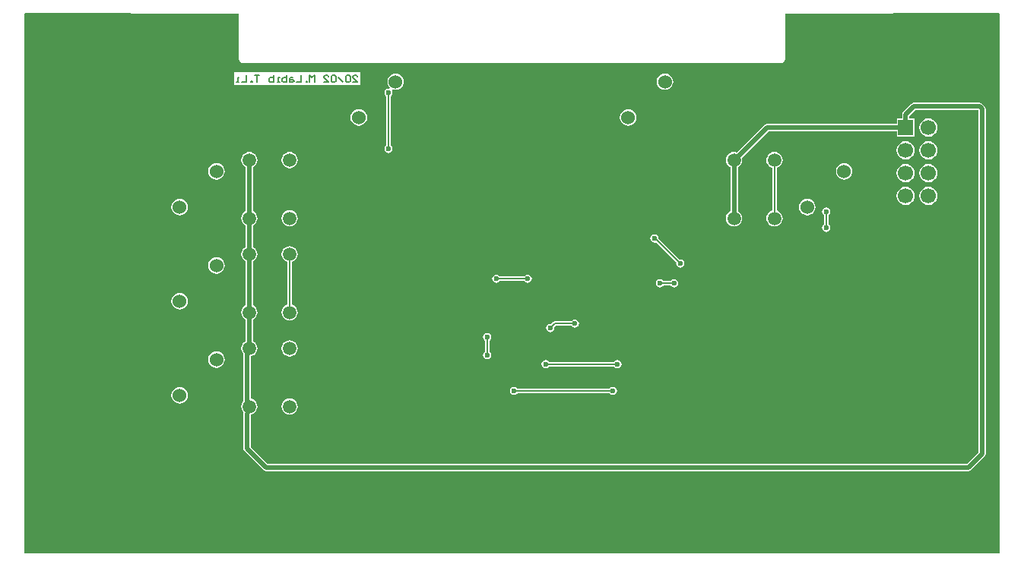
<source format=gbl>
G04*
G04 #@! TF.GenerationSoftware,Altium Limited,Altium Designer,20.0.11 (256)*
G04*
G04 Layer_Physical_Order=2*
G04 Layer_Color=16711680*
%FSLAX25Y25*%
%MOIN*%
G70*
G01*
G75*
%ADD12C,0.00787*%
%ADD13C,0.00591*%
%ADD45C,0.01968*%
%ADD46C,0.06000*%
%ADD47C,0.05906*%
%ADD48C,0.06693*%
%ADD49R,0.06693X0.06693*%
%ADD50C,0.27559*%
%ADD51C,0.02362*%
G36*
X425881Y235510D02*
X425882Y-1408D01*
X-1667Y-1408D01*
X-1667Y235510D01*
X-1313Y235863D01*
X92365Y235682D01*
Y215657D01*
X92489Y215032D01*
X92843Y214503D01*
X93372Y214149D01*
X93996Y214025D01*
X330217D01*
X330841Y214149D01*
X331370Y214503D01*
X331724Y215032D01*
X331848Y215657D01*
Y235699D01*
X425527Y235864D01*
X425881Y235510D01*
D02*
G37*
%LPC*%
G36*
X145580Y209851D02*
X90198D01*
Y204321D01*
X145580D01*
Y209851D01*
D02*
G37*
G36*
X161122Y209445D02*
X160182Y209321D01*
X159307Y208959D01*
X158554Y208382D01*
X157977Y207630D01*
X157615Y206754D01*
X157491Y205814D01*
X157615Y204874D01*
X157977Y203998D01*
X158554Y203246D01*
X158683Y203148D01*
X158674Y203079D01*
X158114Y202680D01*
X157972Y202709D01*
X157278Y202571D01*
X156688Y202177D01*
X156295Y201588D01*
X156156Y200893D01*
X156295Y200198D01*
X156688Y199609D01*
X156959Y199428D01*
Y177752D01*
X156688Y177571D01*
X156295Y176981D01*
X156156Y176286D01*
X156295Y175592D01*
X156688Y175002D01*
X157278Y174609D01*
X157972Y174470D01*
X158667Y174609D01*
X159256Y175002D01*
X159650Y175592D01*
X159788Y176286D01*
X159650Y176981D01*
X159256Y177571D01*
X158986Y177752D01*
Y199428D01*
X159256Y199609D01*
X159650Y200198D01*
X159788Y200893D01*
X159650Y201588D01*
X159541Y201751D01*
X159678Y202430D01*
X159757Y202483D01*
X160182Y202307D01*
X161122Y202183D01*
X162062Y202307D01*
X162938Y202669D01*
X163690Y203246D01*
X164267Y203998D01*
X164629Y204874D01*
X164753Y205814D01*
X164629Y206754D01*
X164267Y207630D01*
X163690Y208382D01*
X162938Y208959D01*
X162062Y209321D01*
X161122Y209445D01*
D02*
G37*
G36*
X279232Y209445D02*
X278292Y209321D01*
X277417Y208959D01*
X276665Y208382D01*
X276088Y207630D01*
X275725Y206754D01*
X275601Y205814D01*
X275725Y204874D01*
X276088Y203999D01*
X276665Y203246D01*
X277417Y202670D01*
X278292Y202307D01*
X279232Y202183D01*
X280172Y202307D01*
X281048Y202670D01*
X281800Y203246D01*
X282377Y203999D01*
X282740Y204874D01*
X282863Y205814D01*
X282740Y206754D01*
X282377Y207630D01*
X281800Y208382D01*
X281048Y208959D01*
X280172Y209321D01*
X279232Y209445D01*
D02*
G37*
G36*
X263090Y193697D02*
X262151Y193573D01*
X261275Y193211D01*
X260523Y192634D01*
X259946Y191882D01*
X259583Y191006D01*
X259459Y190066D01*
X259583Y189126D01*
X259946Y188251D01*
X260523Y187498D01*
X261275Y186922D01*
X262151Y186559D01*
X263090Y186435D01*
X264030Y186559D01*
X264906Y186922D01*
X265658Y187498D01*
X266235Y188251D01*
X266598Y189126D01*
X266722Y190066D01*
X266598Y191006D01*
X266235Y191882D01*
X265658Y192634D01*
X264906Y193211D01*
X264030Y193573D01*
X263090Y193697D01*
D02*
G37*
G36*
X144980Y193697D02*
X144041Y193573D01*
X143165Y193211D01*
X142413Y192634D01*
X141836Y191882D01*
X141473Y191006D01*
X141349Y190066D01*
X141473Y189126D01*
X141836Y188251D01*
X142413Y187498D01*
X143165Y186921D01*
X144041Y186559D01*
X144980Y186435D01*
X145920Y186559D01*
X146796Y186921D01*
X147548Y187498D01*
X148125Y188251D01*
X148488Y189126D01*
X148611Y190066D01*
X148488Y191006D01*
X148125Y191882D01*
X147548Y192634D01*
X146796Y193211D01*
X145920Y193573D01*
X144980Y193697D01*
D02*
G37*
G36*
X394784Y189637D02*
X393753Y189501D01*
X392793Y189104D01*
X391969Y188471D01*
X391336Y187647D01*
X390939Y186687D01*
X390803Y185656D01*
X390939Y184626D01*
X391336Y183666D01*
X391969Y182842D01*
X392793Y182209D01*
X393753Y181812D01*
X394784Y181676D01*
X395814Y181812D01*
X396774Y182209D01*
X397598Y182842D01*
X398231Y183666D01*
X398628Y184626D01*
X398764Y185656D01*
X398628Y186687D01*
X398231Y187647D01*
X397598Y188471D01*
X396774Y189104D01*
X395814Y189501D01*
X394784Y189637D01*
D02*
G37*
G36*
Y179637D02*
X393753Y179501D01*
X392793Y179104D01*
X391969Y178471D01*
X391336Y177647D01*
X390939Y176687D01*
X390803Y175656D01*
X390939Y174626D01*
X391336Y173666D01*
X391969Y172842D01*
X392793Y172209D01*
X393753Y171812D01*
X394784Y171676D01*
X395814Y171812D01*
X396774Y172209D01*
X397598Y172842D01*
X398231Y173666D01*
X398628Y174626D01*
X398764Y175656D01*
X398628Y176687D01*
X398231Y177647D01*
X397598Y178471D01*
X396774Y179104D01*
X395814Y179501D01*
X394784Y179637D01*
D02*
G37*
G36*
X384784D02*
X383753Y179501D01*
X382793Y179104D01*
X381969Y178471D01*
X381336Y177647D01*
X380939Y176687D01*
X380803Y175656D01*
X380939Y174626D01*
X381336Y173666D01*
X381969Y172842D01*
X382793Y172209D01*
X383753Y171812D01*
X384784Y171676D01*
X385814Y171812D01*
X386774Y172209D01*
X387598Y172842D01*
X388231Y173666D01*
X388628Y174626D01*
X388764Y175656D01*
X388628Y176687D01*
X388231Y177647D01*
X387598Y178471D01*
X386774Y179104D01*
X385814Y179501D01*
X384784Y179637D01*
D02*
G37*
G36*
X114665Y174949D02*
X113738Y174826D01*
X112874Y174469D01*
X112132Y173899D01*
X111562Y173157D01*
X111204Y172293D01*
X111082Y171365D01*
X111204Y170438D01*
X111562Y169573D01*
X112132Y168831D01*
X112874Y168262D01*
X113738Y167904D01*
X114665Y167782D01*
X115593Y167904D01*
X116457Y168262D01*
X117199Y168831D01*
X117769Y169573D01*
X118127Y170438D01*
X118249Y171365D01*
X118127Y172293D01*
X117769Y173157D01*
X117199Y173899D01*
X116457Y174469D01*
X115593Y174826D01*
X114665Y174949D01*
D02*
G37*
G36*
X82579Y170075D02*
X81639Y169951D01*
X80763Y169588D01*
X80011Y169011D01*
X79434Y168260D01*
X79071Y167384D01*
X78948Y166444D01*
X79071Y165504D01*
X79434Y164628D01*
X80011Y163876D01*
X80763Y163299D01*
X81639Y162937D01*
X82579Y162813D01*
X83519Y162937D01*
X84394Y163299D01*
X85146Y163876D01*
X85723Y164628D01*
X86086Y165504D01*
X86210Y166444D01*
X86086Y167384D01*
X85723Y168260D01*
X85146Y169011D01*
X84394Y169588D01*
X83519Y169951D01*
X82579Y170075D01*
D02*
G37*
G36*
X357776Y170075D02*
X356836Y169951D01*
X355960Y169588D01*
X355208Y169011D01*
X354631Y168260D01*
X354268Y167384D01*
X354145Y166444D01*
X354268Y165504D01*
X354631Y164628D01*
X355208Y163876D01*
X355960Y163299D01*
X356836Y162937D01*
X357776Y162813D01*
X358715Y162937D01*
X359591Y163299D01*
X360343Y163876D01*
X360920Y164628D01*
X361283Y165504D01*
X361407Y166444D01*
X361283Y167384D01*
X360920Y168260D01*
X360343Y169011D01*
X359591Y169588D01*
X358715Y169951D01*
X357776Y170075D01*
D02*
G37*
G36*
X394784Y169637D02*
X393753Y169501D01*
X392793Y169104D01*
X391969Y168471D01*
X391336Y167647D01*
X390939Y166687D01*
X390803Y165656D01*
X390939Y164626D01*
X391336Y163666D01*
X391969Y162842D01*
X392793Y162209D01*
X393753Y161812D01*
X394784Y161676D01*
X395814Y161812D01*
X396774Y162209D01*
X397598Y162842D01*
X398231Y163666D01*
X398628Y164626D01*
X398764Y165656D01*
X398628Y166687D01*
X398231Y167647D01*
X397598Y168471D01*
X396774Y169104D01*
X395814Y169501D01*
X394784Y169637D01*
D02*
G37*
G36*
X384784D02*
X383753Y169501D01*
X382793Y169104D01*
X381969Y168471D01*
X381336Y167647D01*
X380939Y166687D01*
X380803Y165656D01*
X380939Y164626D01*
X381336Y163666D01*
X381969Y162842D01*
X382793Y162209D01*
X383753Y161812D01*
X384784Y161676D01*
X385814Y161812D01*
X386774Y162209D01*
X387598Y162842D01*
X388231Y163666D01*
X388628Y164626D01*
X388764Y165656D01*
X388628Y166687D01*
X388231Y167647D01*
X387598Y168471D01*
X386774Y169104D01*
X385814Y169501D01*
X384784Y169637D01*
D02*
G37*
G36*
X394784Y159637D02*
X393753Y159501D01*
X392793Y159104D01*
X391969Y158471D01*
X391336Y157647D01*
X390939Y156687D01*
X390803Y155657D01*
X390939Y154626D01*
X391336Y153666D01*
X391969Y152842D01*
X392793Y152209D01*
X393753Y151812D01*
X394784Y151676D01*
X395814Y151812D01*
X396774Y152209D01*
X397598Y152842D01*
X398231Y153666D01*
X398628Y154626D01*
X398764Y155657D01*
X398628Y156687D01*
X398231Y157647D01*
X397598Y158471D01*
X396774Y159104D01*
X395814Y159501D01*
X394784Y159637D01*
D02*
G37*
G36*
X384784D02*
X383753Y159501D01*
X382793Y159104D01*
X381969Y158471D01*
X381336Y157647D01*
X380939Y156687D01*
X380803Y155657D01*
X380939Y154626D01*
X381336Y153666D01*
X381969Y152842D01*
X382793Y152209D01*
X383753Y151812D01*
X384784Y151676D01*
X385814Y151812D01*
X386774Y152209D01*
X387598Y152842D01*
X388231Y153666D01*
X388628Y154626D01*
X388764Y155657D01*
X388628Y156687D01*
X388231Y157647D01*
X387598Y158471D01*
X386774Y159104D01*
X385814Y159501D01*
X384784Y159637D01*
D02*
G37*
G36*
X66437Y154327D02*
X65497Y154203D01*
X64622Y153840D01*
X63870Y153263D01*
X63292Y152512D01*
X62930Y151636D01*
X62806Y150696D01*
X62930Y149756D01*
X63292Y148880D01*
X63870Y148128D01*
X64622Y147551D01*
X65497Y147189D01*
X66437Y147065D01*
X67377Y147189D01*
X68252Y147551D01*
X69005Y148128D01*
X69582Y148880D01*
X69944Y149756D01*
X70068Y150696D01*
X69944Y151636D01*
X69582Y152512D01*
X69005Y153263D01*
X68252Y153840D01*
X67377Y154203D01*
X66437Y154327D01*
D02*
G37*
G36*
X341634Y154327D02*
X340694Y154203D01*
X339818Y153840D01*
X339066Y153263D01*
X338489Y152512D01*
X338126Y151636D01*
X338003Y150696D01*
X338126Y149756D01*
X338489Y148880D01*
X339066Y148128D01*
X339818Y147551D01*
X340694Y147189D01*
X341634Y147065D01*
X342574Y147189D01*
X343449Y147551D01*
X344201Y148128D01*
X344778Y148880D01*
X345141Y149756D01*
X345265Y150696D01*
X345141Y151636D01*
X344778Y152512D01*
X344201Y153263D01*
X343449Y153840D01*
X342574Y154203D01*
X341634Y154327D01*
D02*
G37*
G36*
X114665Y149358D02*
X113738Y149236D01*
X112874Y148878D01*
X112132Y148309D01*
X111562Y147566D01*
X111204Y146702D01*
X111082Y145775D01*
X111204Y144847D01*
X111562Y143983D01*
X112132Y143241D01*
X112874Y142671D01*
X113738Y142313D01*
X114665Y142191D01*
X115593Y142313D01*
X116457Y142671D01*
X117199Y143241D01*
X117769Y143983D01*
X118127Y144847D01*
X118249Y145775D01*
X118127Y146702D01*
X117769Y147566D01*
X117199Y148309D01*
X116457Y148878D01*
X115593Y149236D01*
X114665Y149358D01*
D02*
G37*
G36*
X327264Y174949D02*
X326336Y174827D01*
X325472Y174469D01*
X324730Y173899D01*
X324161Y173157D01*
X323802Y172293D01*
X323680Y171365D01*
X323802Y170438D01*
X324161Y169574D01*
X324730Y168832D01*
X325472Y168262D01*
X326251Y167939D01*
Y149200D01*
X325472Y148878D01*
X324730Y148309D01*
X324161Y147566D01*
X323802Y146702D01*
X323680Y145775D01*
X323802Y144847D01*
X324161Y143983D01*
X324730Y143241D01*
X325472Y142671D01*
X326336Y142313D01*
X327264Y142191D01*
X328191Y142313D01*
X329056Y142671D01*
X329798Y143241D01*
X330367Y143983D01*
X330725Y144847D01*
X330847Y145775D01*
X330725Y146702D01*
X330367Y147566D01*
X329798Y148309D01*
X329056Y148878D01*
X328277Y149200D01*
Y167939D01*
X329056Y168262D01*
X329798Y168832D01*
X330367Y169574D01*
X330725Y170438D01*
X330847Y171365D01*
X330725Y172293D01*
X330367Y173157D01*
X329798Y173899D01*
X329056Y174469D01*
X328191Y174827D01*
X327264Y174949D01*
D02*
G37*
G36*
X349902Y150543D02*
X349207Y150405D01*
X348618Y150012D01*
X348224Y149422D01*
X348086Y148727D01*
X348224Y148032D01*
X348618Y147443D01*
X348888Y147262D01*
Y143096D01*
X348618Y142915D01*
X348224Y142326D01*
X348086Y141631D01*
X348224Y140936D01*
X348618Y140347D01*
X349207Y139954D01*
X349902Y139815D01*
X350596Y139954D01*
X351186Y140347D01*
X351579Y140936D01*
X351718Y141631D01*
X351579Y142326D01*
X351186Y142915D01*
X350915Y143096D01*
Y147262D01*
X351186Y147443D01*
X351579Y148032D01*
X351718Y148727D01*
X351579Y149422D01*
X351186Y150012D01*
X350596Y150405D01*
X349902Y150543D01*
D02*
G37*
G36*
X274618Y138761D02*
X273923Y138623D01*
X273333Y138229D01*
X272940Y137640D01*
X272801Y136945D01*
X272940Y136250D01*
X273333Y135661D01*
X273923Y135268D01*
X274618Y135129D01*
X275212Y135248D01*
X284173Y126286D01*
X284109Y125967D01*
X284247Y125272D01*
X284641Y124682D01*
X285230Y124289D01*
X285925Y124151D01*
X286620Y124289D01*
X287209Y124682D01*
X287603Y125272D01*
X287741Y125967D01*
X287603Y126662D01*
X287209Y127251D01*
X286620Y127644D01*
X285925Y127783D01*
X285606Y127719D01*
X276425Y136900D01*
X276433Y136945D01*
X276295Y137640D01*
X275902Y138229D01*
X275312Y138623D01*
X274618Y138761D01*
D02*
G37*
G36*
X82579Y128736D02*
X81639Y128613D01*
X80763Y128250D01*
X80011Y127673D01*
X79434Y126921D01*
X79071Y126045D01*
X78948Y125105D01*
X79071Y124166D01*
X79434Y123290D01*
X80011Y122538D01*
X80763Y121961D01*
X81639Y121598D01*
X82579Y121474D01*
X83519Y121598D01*
X84394Y121961D01*
X85146Y122538D01*
X85723Y123290D01*
X86086Y124166D01*
X86210Y125105D01*
X86086Y126045D01*
X85723Y126921D01*
X85146Y127673D01*
X84394Y128250D01*
X83519Y128613D01*
X82579Y128736D01*
D02*
G37*
G36*
X218996Y121016D02*
X218301Y120878D01*
X217712Y120484D01*
X217531Y120213D01*
X206682D01*
X206501Y120484D01*
X205911Y120878D01*
X205217Y121016D01*
X204522Y120878D01*
X203932Y120484D01*
X203539Y119895D01*
X203400Y119200D01*
X203539Y118505D01*
X203932Y117916D01*
X204522Y117522D01*
X205217Y117384D01*
X205911Y117522D01*
X206501Y117916D01*
X206682Y118187D01*
X217531D01*
X217712Y117916D01*
X218301Y117522D01*
X218996Y117384D01*
X219691Y117522D01*
X220280Y117916D01*
X220674Y118505D01*
X220812Y119200D01*
X220674Y119895D01*
X220280Y120484D01*
X219691Y120878D01*
X218996Y121016D01*
D02*
G37*
G36*
X283179Y119047D02*
X282484Y118909D01*
X281895Y118516D01*
X281714Y118245D01*
X278532D01*
X278351Y118516D01*
X277762Y118909D01*
X277067Y119047D01*
X276372Y118909D01*
X275783Y118516D01*
X275389Y117926D01*
X275251Y117231D01*
X275389Y116536D01*
X275783Y115947D01*
X276372Y115554D01*
X277067Y115415D01*
X277762Y115554D01*
X278351Y115947D01*
X278532Y116218D01*
X281714D01*
X281895Y115947D01*
X282484Y115554D01*
X283179Y115415D01*
X283874Y115554D01*
X284463Y115947D01*
X284857Y116536D01*
X284995Y117231D01*
X284857Y117926D01*
X284463Y118516D01*
X283874Y118909D01*
X283179Y119047D01*
D02*
G37*
G36*
X66437Y112988D02*
X65497Y112865D01*
X64622Y112502D01*
X63869Y111925D01*
X63292Y111173D01*
X62930Y110297D01*
X62806Y109357D01*
X62930Y108418D01*
X63292Y107542D01*
X63869Y106790D01*
X64622Y106213D01*
X65497Y105850D01*
X66437Y105726D01*
X67377Y105850D01*
X68252Y106213D01*
X69004Y106790D01*
X69582Y107542D01*
X69944Y108418D01*
X70068Y109357D01*
X69944Y110297D01*
X69582Y111173D01*
X69004Y111925D01*
X68252Y112502D01*
X67377Y112865D01*
X66437Y112988D01*
D02*
G37*
G36*
X114665Y133610D02*
X113738Y133488D01*
X112874Y133130D01*
X112132Y132561D01*
X111562Y131818D01*
X111204Y130954D01*
X111082Y130027D01*
X111204Y129099D01*
X111562Y128235D01*
X112132Y127493D01*
X112874Y126923D01*
X113652Y126601D01*
Y107862D01*
X112874Y107539D01*
X112132Y106970D01*
X111562Y106228D01*
X111204Y105364D01*
X111082Y104436D01*
X111204Y103509D01*
X111562Y102644D01*
X112132Y101902D01*
X112874Y101333D01*
X113738Y100975D01*
X114665Y100853D01*
X115593Y100975D01*
X116457Y101333D01*
X117199Y101902D01*
X117769Y102644D01*
X118127Y103509D01*
X118249Y104436D01*
X118127Y105364D01*
X117769Y106228D01*
X117199Y106970D01*
X116457Y107539D01*
X115679Y107862D01*
Y126601D01*
X116457Y126923D01*
X117199Y127493D01*
X117769Y128235D01*
X118127Y129099D01*
X118249Y130027D01*
X118127Y130954D01*
X117769Y131818D01*
X117199Y132561D01*
X116457Y133130D01*
X115593Y133488D01*
X114665Y133610D01*
D02*
G37*
G36*
X239665Y101331D02*
X238970Y101193D01*
X238381Y100799D01*
X238200Y100528D01*
X230813D01*
X230426Y100451D01*
X230097Y100231D01*
X229163Y99298D01*
X228839Y99362D01*
X228144Y99224D01*
X227554Y98830D01*
X227161Y98241D01*
X227023Y97546D01*
X227161Y96851D01*
X227554Y96262D01*
X228144Y95869D01*
X228839Y95730D01*
X229534Y95869D01*
X230123Y96262D01*
X230516Y96851D01*
X230655Y97546D01*
X230592Y97861D01*
X231233Y98502D01*
X238200D01*
X238381Y98231D01*
X238970Y97837D01*
X239665Y97699D01*
X240360Y97837D01*
X240949Y98231D01*
X241343Y98820D01*
X241481Y99515D01*
X241343Y100210D01*
X240949Y100799D01*
X240360Y101193D01*
X239665Y101331D01*
D02*
G37*
G36*
X114665Y92272D02*
X113738Y92150D01*
X112874Y91791D01*
X112132Y91222D01*
X111562Y90480D01*
X111204Y89616D01*
X111082Y88688D01*
X111204Y87761D01*
X111562Y86896D01*
X112132Y86154D01*
X112874Y85585D01*
X113738Y85227D01*
X114665Y85105D01*
X115593Y85227D01*
X116457Y85585D01*
X117199Y86154D01*
X117769Y86896D01*
X118127Y87761D01*
X118249Y88688D01*
X118127Y89616D01*
X117769Y90480D01*
X117199Y91222D01*
X116457Y91791D01*
X115593Y92150D01*
X114665Y92272D01*
D02*
G37*
G36*
X201279Y95425D02*
X200585Y95287D01*
X199995Y94893D01*
X199602Y94304D01*
X199463Y93609D01*
X199602Y92914D01*
X199995Y92325D01*
X200266Y92144D01*
Y87200D01*
X199995Y87019D01*
X199602Y86430D01*
X199463Y85735D01*
X199602Y85040D01*
X199995Y84451D01*
X200585Y84057D01*
X201279Y83919D01*
X201975Y84057D01*
X202564Y84451D01*
X202957Y85040D01*
X203096Y85735D01*
X202957Y86430D01*
X202564Y87019D01*
X202293Y87200D01*
Y92144D01*
X202564Y92325D01*
X202957Y92914D01*
X203096Y93609D01*
X202957Y94304D01*
X202564Y94893D01*
X201975Y95287D01*
X201279Y95425D01*
D02*
G37*
G36*
X258366Y83614D02*
X257671Y83476D01*
X257082Y83082D01*
X256901Y82811D01*
X228335D01*
X228154Y83082D01*
X227565Y83476D01*
X226870Y83614D01*
X226175Y83476D01*
X225586Y83082D01*
X225192Y82493D01*
X225054Y81798D01*
X225192Y81103D01*
X225586Y80514D01*
X226175Y80120D01*
X226870Y79982D01*
X227565Y80120D01*
X228154Y80514D01*
X228335Y80785D01*
X256901D01*
X257082Y80514D01*
X257671Y80120D01*
X258366Y79982D01*
X259061Y80120D01*
X259650Y80514D01*
X260044Y81103D01*
X260182Y81798D01*
X260044Y82493D01*
X259650Y83082D01*
X259061Y83476D01*
X258366Y83614D01*
D02*
G37*
G36*
X82579Y87398D02*
X81639Y87274D01*
X80763Y86911D01*
X80011Y86334D01*
X79434Y85582D01*
X79071Y84706D01*
X78948Y83767D01*
X79071Y82827D01*
X79434Y81951D01*
X80011Y81199D01*
X80763Y80622D01*
X81639Y80259D01*
X82579Y80136D01*
X83519Y80259D01*
X84394Y80622D01*
X85146Y81199D01*
X85723Y81951D01*
X86086Y82827D01*
X86210Y83767D01*
X86086Y84706D01*
X85723Y85582D01*
X85146Y86334D01*
X84394Y86911D01*
X83519Y87274D01*
X82579Y87398D01*
D02*
G37*
G36*
X256398Y71803D02*
X255703Y71665D01*
X255114Y71271D01*
X254932Y71000D01*
X214556D01*
X214375Y71271D01*
X213786Y71665D01*
X213090Y71803D01*
X212396Y71665D01*
X211806Y71271D01*
X211413Y70682D01*
X211275Y69987D01*
X211413Y69292D01*
X211806Y68703D01*
X212396Y68309D01*
X213090Y68171D01*
X213786Y68309D01*
X214375Y68703D01*
X214556Y68974D01*
X254932D01*
X255114Y68703D01*
X255703Y68309D01*
X256398Y68171D01*
X257093Y68309D01*
X257682Y68703D01*
X258075Y69292D01*
X258214Y69987D01*
X258075Y70682D01*
X257682Y71271D01*
X257093Y71665D01*
X256398Y71803D01*
D02*
G37*
G36*
X66437Y71650D02*
X65497Y71526D01*
X64622Y71163D01*
X63870Y70586D01*
X63292Y69834D01*
X62930Y68958D01*
X62806Y68019D01*
X62930Y67079D01*
X63292Y66203D01*
X63870Y65451D01*
X64622Y64874D01*
X65497Y64511D01*
X66437Y64388D01*
X67377Y64511D01*
X68252Y64874D01*
X69005Y65451D01*
X69582Y66203D01*
X69944Y67079D01*
X70068Y68019D01*
X69944Y68958D01*
X69582Y69834D01*
X69005Y70586D01*
X68252Y71163D01*
X67377Y71526D01*
X66437Y71650D01*
D02*
G37*
G36*
X114665Y66681D02*
X113738Y66559D01*
X112874Y66201D01*
X112132Y65631D01*
X111562Y64889D01*
X111204Y64025D01*
X111082Y63098D01*
X111204Y62170D01*
X111562Y61306D01*
X112132Y60564D01*
X112874Y59994D01*
X113738Y59636D01*
X114665Y59514D01*
X115593Y59636D01*
X116457Y59994D01*
X117199Y60564D01*
X117769Y61306D01*
X118127Y62170D01*
X118249Y63098D01*
X118127Y64025D01*
X117769Y64889D01*
X117199Y65631D01*
X116457Y66201D01*
X115593Y66559D01*
X114665Y66681D01*
D02*
G37*
G36*
X417154Y196602D02*
X388287D01*
X387669Y196480D01*
X387145Y196129D01*
X383641Y192626D01*
X383291Y192102D01*
X383168Y191483D01*
Y189603D01*
X380837D01*
Y187272D01*
X323838D01*
X323220Y187149D01*
X322696Y186799D01*
X310651Y174753D01*
X310475Y174827D01*
X309547Y174949D01*
X308620Y174827D01*
X307755Y174469D01*
X307013Y173899D01*
X306444Y173157D01*
X306086Y172293D01*
X305964Y171365D01*
X306086Y170438D01*
X306444Y169574D01*
X307013Y168832D01*
X307755Y168262D01*
X307932Y168189D01*
Y148951D01*
X307755Y148878D01*
X307013Y148309D01*
X306444Y147566D01*
X306086Y146702D01*
X305964Y145775D01*
X306086Y144847D01*
X306444Y143983D01*
X307013Y143241D01*
X307755Y142671D01*
X308620Y142313D01*
X309547Y142191D01*
X310475Y142313D01*
X311339Y142671D01*
X312081Y143241D01*
X312651Y143983D01*
X313009Y144847D01*
X313131Y145775D01*
X313009Y146702D01*
X312651Y147566D01*
X312081Y148309D01*
X311339Y148878D01*
X311162Y148951D01*
Y168189D01*
X311339Y168262D01*
X312081Y168832D01*
X312651Y169574D01*
X313009Y170438D01*
X313131Y171365D01*
X313009Y172293D01*
X312935Y172469D01*
X324507Y184041D01*
X380837D01*
Y181710D01*
X388730D01*
Y189603D01*
X386399D01*
Y190814D01*
X388956Y193372D01*
X416485D01*
X416692Y193165D01*
Y42992D01*
X411732Y38033D01*
X105000D01*
X97580Y45453D01*
Y59427D01*
X97688Y59589D01*
X97693Y59612D01*
X97876Y59636D01*
X98741Y59994D01*
X99483Y60564D01*
X100052Y61306D01*
X100410Y62170D01*
X100532Y63098D01*
X100410Y64025D01*
X100052Y64889D01*
X99483Y65631D01*
X98741Y66201D01*
X97876Y66559D01*
X97580Y66598D01*
Y85188D01*
X97876Y85227D01*
X98741Y85585D01*
X99483Y86154D01*
X100052Y86896D01*
X100410Y87761D01*
X100532Y88688D01*
X100410Y89616D01*
X100052Y90480D01*
X99483Y91222D01*
X98741Y91791D01*
X98564Y91865D01*
Y101260D01*
X98741Y101333D01*
X99483Y101902D01*
X100052Y102644D01*
X100410Y103509D01*
X100532Y104436D01*
X100410Y105364D01*
X100052Y106228D01*
X99483Y106970D01*
X98741Y107539D01*
X98564Y107612D01*
Y126850D01*
X98741Y126923D01*
X99483Y127493D01*
X100052Y128235D01*
X100410Y129099D01*
X100532Y130027D01*
X100410Y130954D01*
X100052Y131818D01*
X99483Y132561D01*
X98741Y133130D01*
X98564Y133203D01*
Y142598D01*
X98741Y142671D01*
X99483Y143241D01*
X100052Y143983D01*
X100410Y144847D01*
X100532Y145775D01*
X100410Y146702D01*
X100052Y147566D01*
X99483Y148309D01*
X98741Y148878D01*
X98564Y148951D01*
Y168189D01*
X98741Y168262D01*
X99483Y168831D01*
X100052Y169573D01*
X100410Y170438D01*
X100532Y171365D01*
X100410Y172293D01*
X100052Y173157D01*
X99483Y173899D01*
X98741Y174469D01*
X97876Y174826D01*
X96949Y174949D01*
X96021Y174826D01*
X95157Y174469D01*
X94415Y173899D01*
X93845Y173157D01*
X93488Y172293D01*
X93365Y171365D01*
X93488Y170438D01*
X93845Y169573D01*
X94415Y168831D01*
X95157Y168262D01*
X95334Y168189D01*
Y148951D01*
X95157Y148878D01*
X94415Y148309D01*
X93845Y147566D01*
X93488Y146702D01*
X93365Y145775D01*
X93488Y144847D01*
X93845Y143983D01*
X94415Y143241D01*
X95157Y142671D01*
X95334Y142598D01*
Y133203D01*
X95157Y133130D01*
X94415Y132561D01*
X93845Y131818D01*
X93488Y130954D01*
X93365Y130027D01*
X93488Y129099D01*
X93845Y128235D01*
X94415Y127493D01*
X95157Y126923D01*
X95334Y126850D01*
Y107612D01*
X95157Y107539D01*
X94415Y106970D01*
X93845Y106228D01*
X93488Y105364D01*
X93365Y104436D01*
X93488Y103509D01*
X93845Y102644D01*
X94415Y101902D01*
X95157Y101333D01*
X95334Y101260D01*
Y91865D01*
X95157Y91791D01*
X94415Y91222D01*
X93845Y90480D01*
X93488Y89616D01*
X93365Y88688D01*
X93488Y87761D01*
X93845Y86896D01*
X94349Y86240D01*
Y65546D01*
X93845Y64889D01*
X93488Y64025D01*
X93365Y63098D01*
X93488Y62170D01*
X93845Y61306D01*
X94415Y60564D01*
X94459Y60530D01*
X94349Y59976D01*
Y44783D01*
X94472Y44165D01*
X94822Y43641D01*
X103189Y35275D01*
X103713Y34925D01*
X104331Y34802D01*
X412402D01*
X413020Y34925D01*
X413544Y35275D01*
X419449Y41181D01*
X419799Y41705D01*
X419922Y42323D01*
Y193834D01*
X419799Y194452D01*
X419449Y194976D01*
X418296Y196129D01*
X417772Y196480D01*
X417154Y196602D01*
D02*
G37*
%LPD*%
D12*
X274946Y136945D02*
X285925Y125967D01*
X274618Y136945D02*
X274946D01*
X205217Y119200D02*
X218996D01*
X201279Y85735D02*
Y93609D01*
X114665Y104436D02*
Y130027D01*
X327264Y145775D02*
Y171365D01*
X157972Y176286D02*
Y200893D01*
X228839Y97546D02*
X228845D01*
X230813Y99515D01*
X239665D01*
X277067Y117231D02*
X283179D01*
X349902Y141631D02*
Y148727D01*
X213090Y69987D02*
X256398D01*
X226870Y81798D02*
X258366D01*
X226870Y81798D02*
X226870Y81798D01*
D13*
X142291Y205512D02*
X144390D01*
X142291Y207611D01*
Y208136D01*
X142815Y208660D01*
X143865D01*
X144390Y208136D01*
X141241D02*
X140716Y208660D01*
X139667D01*
X139142Y208136D01*
Y206037D01*
X139667Y205512D01*
X140716D01*
X141241Y206037D01*
Y208136D01*
X138093Y205512D02*
X135994Y207611D01*
X134944Y208136D02*
X134419Y208660D01*
X133370D01*
X132845Y208136D01*
Y206037D01*
X133370Y205512D01*
X134419D01*
X134944Y206037D01*
Y208136D01*
X129696Y205512D02*
X131795D01*
X129696Y207611D01*
Y208136D01*
X130221Y208660D01*
X131271D01*
X131795Y208136D01*
X125498Y205512D02*
Y208660D01*
X124449Y207611D01*
X123399Y208660D01*
Y205512D01*
X122350D02*
Y206037D01*
X121825D01*
Y205512D01*
X122350D01*
X119726Y208660D02*
Y205512D01*
X117627D01*
X116052Y207611D02*
X115003D01*
X114478Y207086D01*
Y205512D01*
X116052D01*
X116577Y206037D01*
X116052Y206561D01*
X114478D01*
X113429Y208660D02*
Y205512D01*
X111854D01*
X111330Y206037D01*
Y206561D01*
Y207086D01*
X111854Y207611D01*
X113429D01*
X110280Y205512D02*
X109230D01*
X109755D01*
Y207611D01*
X110280D01*
X107656Y208660D02*
Y205512D01*
X106082D01*
X105557Y206037D01*
Y206561D01*
Y207086D01*
X106082Y207611D01*
X107656D01*
X101359Y208660D02*
X99260D01*
X100310D01*
Y205512D01*
X98210D02*
Y206037D01*
X97686D01*
Y205512D01*
X98210D01*
X95587Y208660D02*
Y205512D01*
X93488D01*
X92438D02*
X91388D01*
X91913D01*
Y207611D01*
X92438D01*
D45*
X104331Y36417D02*
X412402D01*
X95965Y44783D02*
Y59976D01*
Y44783D02*
X104331Y36417D01*
X418307Y42323D02*
Y193834D01*
X412402Y36417D02*
X418307Y42323D01*
X388287Y194987D02*
X417154D01*
X418307Y193834D01*
X95965Y59976D02*
X96196Y60207D01*
Y62867D01*
X95965Y63098D02*
X96196Y62867D01*
X95965Y63098D02*
Y88155D01*
X309547Y145775D02*
Y171365D01*
X96949Y145775D02*
Y171365D01*
Y130027D02*
Y145775D01*
Y104436D02*
Y130027D01*
Y89140D02*
Y104436D01*
X95965Y88155D02*
X96949Y89140D01*
X384784Y185656D02*
Y191483D01*
X388287Y194987D01*
X323838Y185656D02*
X384784D01*
X309547Y171365D02*
X323838Y185656D01*
D46*
X357776Y166444D02*
D03*
X341634Y150696D02*
D03*
X279232Y205814D02*
D03*
X263090Y190066D02*
D03*
X161122Y205814D02*
D03*
X144980Y190066D02*
D03*
X82579Y83767D02*
D03*
X66437Y68019D02*
D03*
X82579Y125105D02*
D03*
X66437Y109357D02*
D03*
X82579Y166444D02*
D03*
X66437Y150696D02*
D03*
D47*
X114665Y145775D02*
D03*
Y171365D02*
D03*
X96949D02*
D03*
Y145775D02*
D03*
X114665Y104436D02*
D03*
Y130027D02*
D03*
X96949D02*
D03*
Y104436D02*
D03*
X114665Y63098D02*
D03*
Y88688D02*
D03*
X96949D02*
D03*
Y63098D02*
D03*
X309547Y145775D02*
D03*
Y171365D02*
D03*
X327264D02*
D03*
Y145775D02*
D03*
D48*
X384784Y145657D02*
D03*
Y155657D02*
D03*
Y165656D02*
D03*
Y175656D02*
D03*
X394784Y185656D02*
D03*
Y175656D02*
D03*
Y165656D02*
D03*
Y155657D02*
D03*
Y145657D02*
D03*
D49*
X384784Y185656D02*
D03*
D50*
X389272Y215656D02*
D03*
X34941Y18806D02*
D03*
X389272D02*
D03*
X34941Y215656D02*
D03*
D51*
X399114Y136916D02*
D03*
X379429Y97546D02*
D03*
X399114Y58176D02*
D03*
X359744Y215657D02*
D03*
X340059Y176286D02*
D03*
X359744Y136916D02*
D03*
X340059Y97546D02*
D03*
X359744Y58176D02*
D03*
X340059Y18806D02*
D03*
X300689Y176286D02*
D03*
X320374Y136916D02*
D03*
X300689Y97546D02*
D03*
X320374Y58176D02*
D03*
X300689Y18806D02*
D03*
X261319Y176286D02*
D03*
Y97546D02*
D03*
X281004Y58176D02*
D03*
X261319Y18806D02*
D03*
X221949Y176286D02*
D03*
Y18806D02*
D03*
X182579Y176286D02*
D03*
X202264Y136916D02*
D03*
X182579Y18806D02*
D03*
X143209Y176286D02*
D03*
X162894Y136916D02*
D03*
X143209Y18806D02*
D03*
X103839Y176286D02*
D03*
X123524Y136916D02*
D03*
X103839Y97546D02*
D03*
X123524Y58176D02*
D03*
X103839Y18806D02*
D03*
X84153Y215657D02*
D03*
X64468Y176286D02*
D03*
X84153Y136916D02*
D03*
X64468Y97546D02*
D03*
Y18806D02*
D03*
X25098Y176286D02*
D03*
X44783Y136916D02*
D03*
X25098Y97546D02*
D03*
X44783Y58176D02*
D03*
X274618Y136945D02*
D03*
X116240Y212704D02*
D03*
X218504Y86614D02*
D03*
X212598Y92520D02*
D03*
X424705Y214968D02*
D03*
Y195283D02*
D03*
Y175598D02*
D03*
Y155912D02*
D03*
Y136228D02*
D03*
Y116542D02*
D03*
Y96857D02*
D03*
Y77172D02*
D03*
Y57487D02*
D03*
Y37802D02*
D03*
Y18117D02*
D03*
Y492D02*
D03*
X393701Y0D02*
D03*
X374016D02*
D03*
X354331D02*
D03*
X334646D02*
D03*
X314961D02*
D03*
X295276D02*
D03*
X275590D02*
D03*
X259069Y-131D02*
D03*
X236221Y0D02*
D03*
X216535D02*
D03*
X196850D02*
D03*
X177165D02*
D03*
X157480D02*
D03*
X137795D02*
D03*
X118110D02*
D03*
X98425D02*
D03*
X78740D02*
D03*
X59055D02*
D03*
X39370D02*
D03*
X19685D02*
D03*
X0D02*
D03*
Y17625D02*
D03*
Y37310D02*
D03*
Y56995D02*
D03*
Y76680D02*
D03*
Y96365D02*
D03*
Y116050D02*
D03*
Y135735D02*
D03*
Y155420D02*
D03*
Y175105D02*
D03*
Y194790D02*
D03*
Y214475D02*
D03*
Y234160D02*
D03*
X424705D02*
D03*
X153051Y62113D02*
D03*
X126673Y56995D02*
D03*
Y98334D02*
D03*
X153051Y103846D02*
D03*
X153839Y145184D02*
D03*
X127067Y139279D02*
D03*
X77461Y161326D02*
D03*
X77854Y119987D02*
D03*
X78248Y78649D02*
D03*
X149282Y200696D02*
D03*
X274705Y199121D02*
D03*
X331004Y125499D02*
D03*
X306594Y131011D02*
D03*
X353839Y161523D02*
D03*
X218996Y119200D02*
D03*
X205217D02*
D03*
X201279Y93609D02*
D03*
Y85735D02*
D03*
X157972Y200893D02*
D03*
Y176286D02*
D03*
X224902Y107389D02*
D03*
Y114279D02*
D03*
X218996Y102468D02*
D03*
X239665Y99515D02*
D03*
X228839Y97546D02*
D03*
X285925Y125967D02*
D03*
X260835Y113885D02*
D03*
X277067Y117231D02*
D03*
X283179D02*
D03*
X349902Y141631D02*
D03*
Y148727D02*
D03*
X256398Y69987D02*
D03*
X213090D02*
D03*
X258366Y81798D02*
D03*
X226870Y81798D02*
D03*
X91043Y234160D02*
D03*
X333366D02*
D03*
X392421D02*
D03*
X372736D02*
D03*
X353051D02*
D03*
X333366Y212704D02*
D03*
X313681D02*
D03*
X293996D02*
D03*
X274311D02*
D03*
X254626D02*
D03*
X17815Y234160D02*
D03*
X37500D02*
D03*
X57185D02*
D03*
X76870D02*
D03*
X91043Y212704D02*
D03*
X135925D02*
D03*
X155610D02*
D03*
X175295D02*
D03*
X194980D02*
D03*
X214665D02*
D03*
X234941D02*
D03*
M02*

</source>
